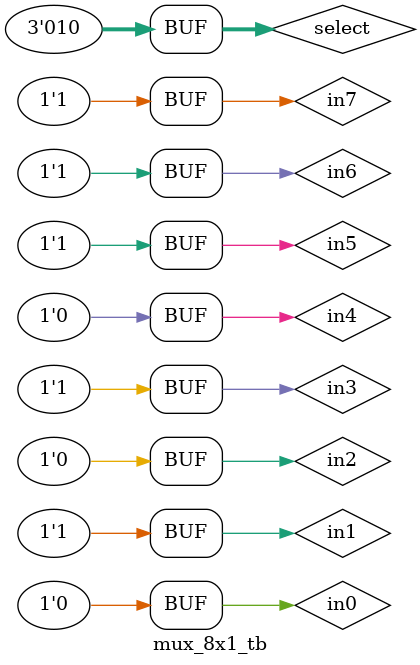
<source format=v>


`include "8x1_mux.v"

module mux_8x1_tb();
  
  reg in0 = 1'b1;
  reg in1 = 1'b0;
  reg in2 = 1'b0;
  reg in3 = 1'b1;
  reg in4 = 1'b1;
  reg in5 = 1'b0;
  reg in6 = 1'b1;
  reg in7 = 1'b1;
  
  reg [2:0] select;
  
  wire out;
  
  mux_8x1 mux_test(
  			
    .select(select),
    .in0(in0),
    .in1(in1),
    .in2(in2),
    .in3(in3), 
    .in4(in4),
    .in5(in5), 
    .in6(in6), 
    .in7(in7),
    .out(out)  
  );
  
  
  initial
    
    begin
      
      $dumpfile("dump.vcd"); 
      $dumpvars(0, mux_test);
      
      $monitor("At time = %t, Output = %d", $time, out);
      
      in0 = 1'b0;
      in5 = 1'b1;
      in6 = 1'b0;
      in7 = 1'b0;
      select = 3'b101;
      #3;
      
      in0 = 1'b0;
  	  in1 = 1'b1;
  	  in2 = 1'b1;
  	  in3 = 1'b1;
      select = 3'b100;
      #3;
      
      in0 = 1'b0;
  	  in1 = 1'b1;
  	  in2 = 1'b1;
      in7 = 1'b1;
      select = 3'b111;
      #3;
      
      in0 = 1'b0;
  	  in1 = 1'b0;
  	  in2 = 1'b1;
  	  in3 = 1'b1;
      select = 3'b110;
      #3;
      
  	  in3 = 1'b0;
      in4 = 1'b0;
      in5 = 1'b1;
      in6 = 1'b1;
      in7 = 1'b0;
      select = 3'b001;
      #3;
      
      in7 = 1'b1;
  	  in2 = 1'b0;
  	  in4 = 1'b0;
  	  in1 = 1'b1;
      in3 = 1'b1;
      select = 3'b010;
      #3;
      
    end
  
//  	always #1 in0=~in0;
// 	always #2 in1=~in1;
// 	always #3 in2=~in2;
// 	always #4 in3=~in3;
// 	always #5 in4=~in4;
// 	always #6 in5=~in5;
// 	always #7 in6=~in6;
// 	always #8 in7=~in7;
  
endmodule
      

</source>
